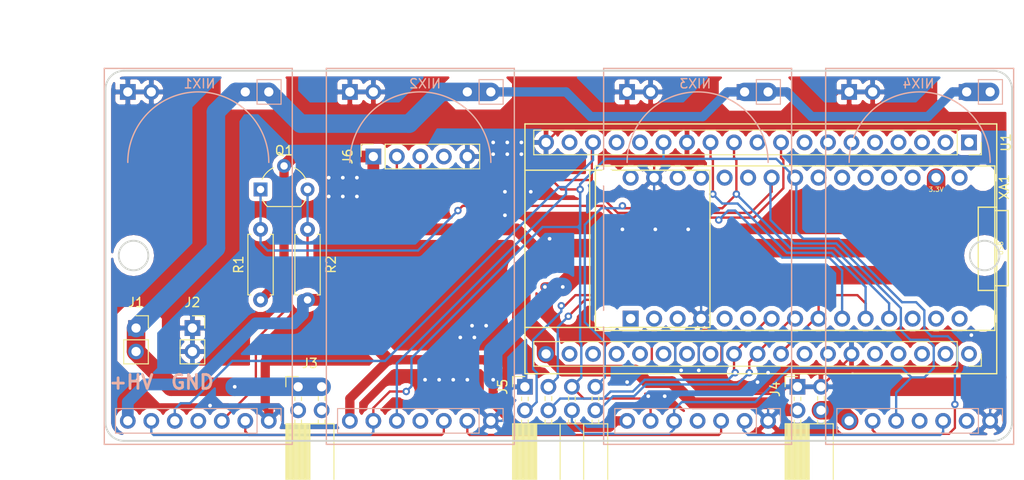
<source format=kicad_pcb>
(kicad_pcb (version 20171130) (host pcbnew "(5.0.2)-1")
  (layers (0 F.Cu signal hide) (31 B.Cu signal) (34 B.Paste user) (35 F.Paste user) (36 B.SilkS user) (37 F.SilkS user) (38 B.Mask user) (39 F.Mask user) (44 Edge.Cuts user))
  (net 0 "")
  (net 1 +HV)
  (net 2 GND)
  (net 3 +3V3)
  (net 4 /NIX_SDA)
  (net 5 /NIX_SCL)
  (net 6 /SW_MODE)
  (net 7 /SW_UP)
  (net 8 /SW_DOWN)
  (net 9 "Net-(NIX1-Pad6)")
  (net 10 "Net-(NIX2-Pad6)")
  (net 11 "Net-(NIX3-Pad6)")
  (net 12 /GROVE_GPIO_0)
  (net 13 /GROVE_GPIO_1)
  (net 14 +5V)
  (net 15 /LEDDATA_5V)
  (net 16 /LEDDATA)
  (module BaseBoard:NixieModule (layer B.Cu) (at 121.539 92.837 180)
    (fp_text reference NIX1 (at 7.493 0.889 180) (layer B.SilkS) (effects (justify mirror)))
    (fp_text value Nixie_Module_IN-12_IN-14)
    (pad 8 thru_hole oval (at 0 0 270) (size 1.7 1.7) (drill 1) (layers *.Cu *.Mask) (net 1 +HV))
    (pad 9 thru_hole rect (at 2.54 0 270) (size 1.7 1.7) (drill 1) (layers *.Cu *.Mask) (net 1 +HV))
    (pad 6 thru_hole oval (at 2.54 -35.56 90) (size 1.7 1.7) (drill 1) (layers *.Cu *.Mask) (net 9 "Net-(NIX1-Pad6)"))
    (pad 3 thru_hole oval (at 10.16 -35.56 90) (size 1.7 1.7) (drill 1) (layers *.Cu *.Mask) (net 5 /NIX_SCL))
    (pad 1 thru_hole oval (at 15.24 -35.56 90) (size 1.7 1.7) (drill 1) (layers *.Cu *.Mask) (net 14 +5V))
    (pad 4 thru_hole oval (at 7.62 -35.56 90) (size 1.7 1.7) (drill 1) (layers *.Cu *.Mask))
    (pad 5 thru_hole oval (at 5.08 -35.56 90) (size 1.7 1.7) (drill 1) (layers *.Cu *.Mask) (net 15 /LEDDATA_5V))
    (pad 2 thru_hole oval (at 12.7 -35.56 90) (size 1.7 1.7) (drill 1) (layers *.Cu *.Mask) (net 4 /NIX_SDA))
    (pad 7 thru_hole circle (at 0 -35.56) (size 1.7 1.7) (drill 1) (layers *.Cu *.Mask) (net 2 GND))
    (pad 10 thru_hole oval (at 12.7 0 270) (size 1.7 1.7) (drill 1) (layers *.Cu *.Mask) (net 2 GND))
    (pad 11 thru_hole rect (at 15.24 0 270) (size 1.7 1.7) (drill 1) (layers *.Cu *.Mask) (net 2 GND))
  )
  (module BaseBoard:NixieModule (layer B.Cu) (at 145.542 92.837 180)
    (fp_text reference NIX2 (at 7.112 0.889 180) (layer B.SilkS) (effects (justify mirror)))
    (fp_text value Nixie_Module_IN-12_IN-14)
    (pad 8 thru_hole oval (at 0 0 270) (size 1.7 1.7) (drill 1) (layers *.Cu *.Mask) (net 1 +HV))
    (pad 9 thru_hole rect (at 2.54 0 270) (size 1.7 1.7) (drill 1) (layers *.Cu *.Mask) (net 1 +HV))
    (pad 6 thru_hole oval (at 2.54 -35.56 90) (size 1.7 1.7) (drill 1) (layers *.Cu *.Mask) (net 10 "Net-(NIX2-Pad6)"))
    (pad 3 thru_hole oval (at 10.16 -35.56 90) (size 1.7 1.7) (drill 1) (layers *.Cu *.Mask) (net 5 /NIX_SCL))
    (pad 1 thru_hole oval (at 15.24 -35.56 90) (size 1.7 1.7) (drill 1) (layers *.Cu *.Mask) (net 14 +5V))
    (pad 4 thru_hole oval (at 7.62 -35.56 90) (size 1.7 1.7) (drill 1) (layers *.Cu *.Mask))
    (pad 5 thru_hole oval (at 5.08 -35.56 90) (size 1.7 1.7) (drill 1) (layers *.Cu *.Mask) (net 9 "Net-(NIX1-Pad6)"))
    (pad 2 thru_hole oval (at 12.7 -35.56 90) (size 1.7 1.7) (drill 1) (layers *.Cu *.Mask) (net 4 /NIX_SDA))
    (pad 7 thru_hole circle (at 0 -35.56) (size 1.7 1.7) (drill 1) (layers *.Cu *.Mask) (net 2 GND))
    (pad 10 thru_hole oval (at 12.7 0 270) (size 1.7 1.7) (drill 1) (layers *.Cu *.Mask) (net 2 GND))
    (pad 11 thru_hole rect (at 15.24 0 270) (size 1.7 1.7) (drill 1) (layers *.Cu *.Mask) (net 2 GND))
  )
  (module BaseBoard:NixieModule (layer B.Cu) (at 199.517 92.837 180)
    (fp_text reference NIX4 (at 7.747 0.889 180) (layer B.SilkS) (effects (justify mirror)))
    (fp_text value Nixie_Module_IN-12_IN-14)
    (pad 8 thru_hole oval (at 0 0 270) (size 1.7 1.7) (drill 1) (layers *.Cu *.Mask) (net 1 +HV))
    (pad 9 thru_hole rect (at 2.54 0 270) (size 1.7 1.7) (drill 1) (layers *.Cu *.Mask) (net 1 +HV))
    (pad 6 thru_hole oval (at 2.54 -35.56 90) (size 1.7 1.7) (drill 1) (layers *.Cu *.Mask))
    (pad 3 thru_hole oval (at 10.16 -35.56 90) (size 1.7 1.7) (drill 1) (layers *.Cu *.Mask) (net 5 /NIX_SCL))
    (pad 1 thru_hole oval (at 15.24 -35.56 90) (size 1.7 1.7) (drill 1) (layers *.Cu *.Mask) (net 14 +5V))
    (pad 4 thru_hole oval (at 7.62 -35.56 90) (size 1.7 1.7) (drill 1) (layers *.Cu *.Mask))
    (pad 5 thru_hole oval (at 5.08 -35.56 90) (size 1.7 1.7) (drill 1) (layers *.Cu *.Mask) (net 11 "Net-(NIX3-Pad6)"))
    (pad 2 thru_hole oval (at 12.7 -35.56 90) (size 1.7 1.7) (drill 1) (layers *.Cu *.Mask) (net 4 /NIX_SDA))
    (pad 7 thru_hole circle (at 0 -35.56) (size 1.7 1.7) (drill 1) (layers *.Cu *.Mask) (net 2 GND))
    (pad 10 thru_hole oval (at 12.7 0 270) (size 1.7 1.7) (drill 1) (layers *.Cu *.Mask) (net 2 GND))
    (pad 11 thru_hole rect (at 15.24 0 270) (size 1.7 1.7) (drill 1) (layers *.Cu *.Mask) (net 2 GND))
  )
  (module BaseBoard:NixieModule (layer B.Cu) (at 175.514 92.837 180)
    (fp_text reference NIX3 (at 7.874 0.889 180) (layer B.SilkS) (effects (justify mirror)))
    (fp_text value Nixie_Module_IN-12_IN-14)
    (pad 8 thru_hole oval (at 0 0 270) (size 1.7 1.7) (drill 1) (layers *.Cu *.Mask) (net 1 +HV))
    (pad 9 thru_hole rect (at 2.54 0 270) (size 1.7 1.7) (drill 1) (layers *.Cu *.Mask) (net 1 +HV))
    (pad 6 thru_hole oval (at 2.54 -35.56 90) (size 1.7 1.7) (drill 1) (layers *.Cu *.Mask) (net 11 "Net-(NIX3-Pad6)"))
    (pad 3 thru_hole oval (at 10.16 -35.56 90) (size 1.7 1.7) (drill 1) (layers *.Cu *.Mask) (net 5 /NIX_SCL))
    (pad 1 thru_hole oval (at 15.24 -35.56 90) (size 1.7 1.7) (drill 1) (layers *.Cu *.Mask) (net 14 +5V))
    (pad 4 thru_hole oval (at 7.62 -35.56 90) (size 1.7 1.7) (drill 1) (layers *.Cu *.Mask))
    (pad 5 thru_hole oval (at 5.08 -35.56 90) (size 1.7 1.7) (drill 1) (layers *.Cu *.Mask) (net 10 "Net-(NIX2-Pad6)"))
    (pad 2 thru_hole oval (at 12.7 -35.56 90) (size 1.7 1.7) (drill 1) (layers *.Cu *.Mask) (net 4 /NIX_SDA))
    (pad 7 thru_hole circle (at 0 -35.56) (size 1.7 1.7) (drill 1) (layers *.Cu *.Mask) (net 2 GND))
    (pad 10 thru_hole oval (at 12.7 0 270) (size 1.7 1.7) (drill 1) (layers *.Cu *.Mask) (net 2 GND))
    (pad 11 thru_hole rect (at 15.24 0 270) (size 1.7 1.7) (drill 1) (layers *.Cu *.Mask) (net 2 GND))
  )
  (module Connector_PinSocket_2.54mm:PinSocket_1x02_P2.54mm_Vertical (layer F.Cu) (at 107.188 118.364)
    (fp_text reference J1 (at 0 -2.77) (layer F.SilkS))
    (fp_text value Conn_01x02_Female)
    (pad 2 thru_hole oval (at 0 2.54) (size 1.7 1.7) (drill 1) (layers *.Cu *.Mask) (net 1 +HV))
    (pad 1 thru_hole rect (at 0 0) (size 1.7 1.7) (drill 1) (layers *.Cu *.Mask) (net 1 +HV))
  )
  (module Connector_PinSocket_2.54mm:PinSocket_1x02_P2.54mm_Vertical (layer F.Cu) (at 113.284 118.364)
    (fp_text reference J2 (at 0 -2.77) (layer F.SilkS))
    (fp_text value Conn_01x02_Female)
    (pad 2 thru_hole oval (at 0 2.54) (size 1.7 1.7) (drill 1) (layers *.Cu *.Mask) (net 2 GND))
    (pad 1 thru_hole rect (at 0 0) (size 1.7 1.7) (drill 1) (layers *.Cu *.Mask) (net 2 GND))
  )
  (module Connector_PinSocket_2.54mm:PinSocket_2x02_P2.54mm_Horizontal (layer F.Cu) (at 124.714 124.714 90)
    (fp_text reference J3 (at 2.54 1.27) (layer F.SilkS))
    (fp_text value Conn_01x04_Male)
    (pad 4 thru_hole oval (at -2.54 2.54 90) (size 1.7 1.7) (drill 1) (layers *.Cu *.Mask))
    (pad 3 thru_hole oval (at 0 2.54 90) (size 1.7 1.7) (drill 1) (layers *.Cu *.Mask) (net 1 +HV))
    (pad 2 thru_hole oval (at -2.54 0 90) (size 1.7 1.7) (drill 1) (layers *.Cu *.Mask))
    (pad 1 thru_hole rect (at 0 0 90) (size 1.7 1.7) (drill 1) (layers *.Cu *.Mask) (net 1 +HV))
  )
  (module Connector_PinSocket_2.54mm:PinSocket_2x02_P2.54mm_Horizontal (layer F.Cu) (at 178.689 124.714 90)
    (fp_text reference J4 (at -0.254 -2.413 90) (layer F.SilkS))
    (fp_text value Conn_01x04_Male)
    (pad 4 thru_hole oval (at -2.54 2.54 90) (size 1.7 1.7) (drill 1) (layers *.Cu *.Mask) (net 14 +5V))
    (pad 3 thru_hole oval (at 0 2.54 90) (size 1.7 1.7) (drill 1) (layers *.Cu *.Mask) (net 2 GND))
    (pad 2 thru_hole oval (at -2.54 0 90) (size 1.7 1.7) (drill 1) (layers *.Cu *.Mask) (net 3 +3V3))
    (pad 1 thru_hole rect (at 0 0 90) (size 1.7 1.7) (drill 1) (layers *.Cu *.Mask) (net 2 GND))
  )
  (module Connector_PinSocket_2.54mm:PinSocket_2x04_P2.54mm_Horizontal (layer F.Cu) (at 149.225 124.714 90)
    (fp_text reference J5 (at 0 -2.413 90) (layer F.SilkS))
    (fp_text value Conn_01x08_Male)
    (pad 8 thru_hole oval (at -2.54 7.62 90) (size 1.7 1.7) (drill 1) (layers *.Cu *.Mask) (net 7 /SW_UP))
    (pad 7 thru_hole oval (at 0 7.62 90) (size 1.7 1.7) (drill 1) (layers *.Cu *.Mask) (net 13 /GROVE_GPIO_1))
    (pad 6 thru_hole oval (at -2.54 5.08 90) (size 1.7 1.7) (drill 1) (layers *.Cu *.Mask) (net 5 /NIX_SCL))
    (pad 5 thru_hole oval (at 0 5.08 90) (size 1.7 1.7) (drill 1) (layers *.Cu *.Mask) (net 4 /NIX_SDA))
    (pad 4 thru_hole oval (at -2.54 2.54 90) (size 1.7 1.7) (drill 1) (layers *.Cu *.Mask) (net 6 /SW_MODE))
    (pad 3 thru_hole oval (at 0 2.54 90) (size 1.7 1.7) (drill 1) (layers *.Cu *.Mask) (net 8 /SW_DOWN))
    (pad 2 thru_hole oval (at -2.54 0 90) (size 1.7 1.7) (drill 1) (layers *.Cu *.Mask) (net 12 /GROVE_GPIO_0))
    (pad 1 thru_hole rect (at 0 0 90) (size 1.7 1.7) (drill 1) (layers *.Cu *.Mask) (net 2 GND))
  )
  (module BaseBoard:NodeMCU-32S (layer F.Cu) (at 197.231 98.298 270)
    (fp_text reference U1 (at 0 -4 270) (layer F.SilkS))
    (fp_text value NodeMCU-32S)
    (pad 1 thru_hole rect (at 0 0 270) (size 1.7 1.7) (drill 1) (layers *.Cu *.Mask))
    (pad 2 thru_hole oval (at 0 2.54 270) (size 1.7 1.7) (drill 1) (layers *.Cu *.Mask))
    (pad 3 thru_hole oval (at 0 5.08 270) (size 1.7 1.7) (drill 1) (layers *.Cu *.Mask))
    (pad 4 thru_hole oval (at 0 7.62 270) (size 1.7 1.7) (drill 1) (layers *.Cu *.Mask))
    (pad 5 thru_hole oval (at 0 10.16 270) (size 1.7 1.7) (drill 1) (layers *.Cu *.Mask))
    (pad 6 thru_hole oval (at 0 12.7 270) (size 1.7 1.7) (drill 1) (layers *.Cu *.Mask))
    (pad 7 thru_hole oval (at 0 15.24 270) (size 1.7 1.7) (drill 1) (layers *.Cu *.Mask))
    (pad 8 thru_hole oval (at 0 17.78 270) (size 1.7 1.7) (drill 1) (layers *.Cu *.Mask))
    (pad 9 thru_hole oval (at 0 20.32 270) (size 1.7 1.7) (drill 1) (layers *.Cu *.Mask) (net 16 /LEDDATA))
    (pad 10 thru_hole oval (at 0 22.86 270) (size 1.7 1.7) (drill 1) (layers *.Cu *.Mask))
    (pad 11 thru_hole oval (at 0 25.4 270) (size 1.7 1.7) (drill 1) (layers *.Cu *.Mask) (net 13 /GROVE_GPIO_1))
    (pad 12 thru_hole oval (at 0 27.94 270) (size 1.7 1.7) (drill 1) (layers *.Cu *.Mask) (net 12 /GROVE_GPIO_0))
    (pad 13 thru_hole oval (at 0 30.48 270) (size 1.7 1.7) (drill 1) (layers *.Cu *.Mask) (net 2 GND))
    (pad 14 thru_hole oval (at 0 33.02 270) (size 1.7 1.7) (drill 1) (layers *.Cu *.Mask) (net 4 /NIX_SDA))
    (pad 15 thru_hole oval (at 0 35.56 270) (size 1.7 1.7) (drill 1) (layers *.Cu *.Mask))
    (pad 16 thru_hole oval (at 0 38.1 270) (size 1.7 1.7) (drill 1) (layers *.Cu *.Mask))
    (pad 17 thru_hole oval (at 0 40.64 270) (size 1.7 1.7) (drill 1) (layers *.Cu *.Mask) (net 5 /NIX_SCL))
    (pad 18 thru_hole oval (at 0 43.18 270) (size 1.7 1.7) (drill 1) (layers *.Cu *.Mask))
    (pad 19 thru_hole oval (at 0 45.72 270) (size 1.7 1.7) (drill 1) (layers *.Cu *.Mask) (net 2 GND))
    (pad 38 thru_hole circle (at 22.86 0 270) (size 1.7 1.7) (drill 1) (layers *.Cu *.Mask))
    (pad 32 thru_hole oval (at 22.86 15.24 270) (size 1.7 1.7) (drill 1) (layers *.Cu *.Mask))
    (pad 23 thru_hole oval (at 22.86 38.1 270) (size 1.7 1.7) (drill 1) (layers *.Cu *.Mask))
    (pad 25 thru_hole oval (at 22.86 33.02 270) (size 1.7 1.7) (drill 1) (layers *.Cu *.Mask))
    (pad 36 thru_hole oval (at 22.86 5.08 270) (size 1.7 1.7) (drill 1) (layers *.Cu *.Mask))
    (pad 30 thru_hole oval (at 22.86 20.32 270) (size 1.7 1.7) (drill 1) (layers *.Cu *.Mask) (net 8 /SW_DOWN))
    (pad 33 thru_hole oval (at 22.86 12.7 270) (size 1.7 1.7) (drill 1) (layers *.Cu *.Mask) (net 2 GND))
    (pad 26 thru_hole oval (at 22.86 30.48 270) (size 1.7 1.7) (drill 1) (layers *.Cu *.Mask))
    (pad 21 thru_hole oval (at 22.86 43.18 270) (size 1.7 1.7) (drill 1) (layers *.Cu *.Mask))
    (pad 20 thru_hole oval (at 22.86 45.72 270) (size 1.7 1.7) (drill 1) (layers *.Cu *.Mask) (net 3 +3V3))
    (pad 22 thru_hole oval (at 22.86 40.64 270) (size 1.7 1.7) (drill 1) (layers *.Cu *.Mask))
    (pad 27 thru_hole oval (at 22.86 27.94 270) (size 1.7 1.7) (drill 1) (layers *.Cu *.Mask))
    (pad 34 thru_hole oval (at 22.86 10.16 270) (size 1.7 1.7) (drill 1) (layers *.Cu *.Mask))
    (pad 29 thru_hole oval (at 22.86 22.86 270) (size 1.7 1.7) (drill 1) (layers *.Cu *.Mask) (net 7 /SW_UP))
    (pad 24 thru_hole oval (at 22.86 35.56 270) (size 1.7 1.7) (drill 1) (layers *.Cu *.Mask))
    (pad 28 thru_hole oval (at 22.86 25.4 270) (size 1.7 1.7) (drill 1) (layers *.Cu *.Mask) (net 6 /SW_MODE))
    (pad 37 thru_hole oval (at 22.86 2.54 270) (size 1.7 1.7) (drill 1) (layers *.Cu *.Mask))
    (pad 31 thru_hole oval (at 22.86 17.78 270) (size 1.7 1.7) (drill 1) (layers *.Cu *.Mask))
    (pad 35 thru_hole oval (at 22.86 7.62 270) (size 1.7 1.7) (drill 1) (layers *.Cu *.Mask))
  )
  (module Arduino:Arduino_Nano_Socket (layer F.Cu) (at 200.025 109.728 90)
    (fp_text reference XA1 (at 6.604 1.016 90) (layer F.SilkS))
    (fp_text value Arduino_Nano_Socket)
    (fp_text user 3.3V (at 6.35 -6.35 180) (layer F.SilkS) (effects (font (size 0.5 0.5) (thickness 0.075))))
    (fp_text user USB (at 0 0.635 90) (layer F.SilkS) (effects (font (size 0.5 0.5) (thickness 0.075))))
    (pad "" np_thru_hole circle (at 7.62 -1.27 90) (size 1.85 1.85) (drill 1.85) (layers *.Cu *.Mask))
    (pad "" np_thru_hole circle (at -7.62 -1.27 90) (size 1.85 1.85) (drill 1.85) (layers *.Cu *.Mask))
    (pad "" np_thru_hole circle (at 7.62 -41.91 90) (size 1.85 1.85) (drill 1.85) (layers *.Cu *.Mask))
    (pad "" np_thru_hole circle (at -7.62 -41.91 90) (size 1.85 1.85) (drill 1.85) (layers *.Cu *.Mask))
    (pad D1 thru_hole rect (at -7.62 -39.37 90) (size 1.7272 1.7272) (drill 1.016) (layers *.Cu *.Mask))
    (pad D0 thru_hole circle (at -7.62 -36.83 90) (size 1.7272 1.7272) (drill 1.016) (layers *.Cu *.Mask))
    (pad RST1 thru_hole circle (at -7.62 -34.29 90) (size 1.7272 1.7272) (drill 1.016) (layers *.Cu *.Mask))
    (pad GND1 thru_hole circle (at -7.62 -31.75 90) (size 1.7272 1.7272) (drill 1.016) (layers *.Cu *.Mask) (net 2 GND))
    (pad D2 thru_hole circle (at -7.62 -29.21 90) (size 1.7272 1.7272) (drill 1.016) (layers *.Cu *.Mask))
    (pad D3 thru_hole circle (at -7.62 -26.67 90) (size 1.7272 1.7272) (drill 1.016) (layers *.Cu *.Mask))
    (pad D4 thru_hole circle (at -7.62 -24.13 90) (size 1.7272 1.7272) (drill 1.016) (layers *.Cu *.Mask) (net 6 /SW_MODE))
    (pad D5 thru_hole circle (at -7.62 -21.59 90) (size 1.7272 1.7272) (drill 1.016) (layers *.Cu *.Mask) (net 7 /SW_UP))
    (pad D6 thru_hole circle (at -7.62 -19.05 90) (size 1.7272 1.7272) (drill 1.016) (layers *.Cu *.Mask) (net 8 /SW_DOWN))
    (pad D7 thru_hole circle (at -7.62 -16.51 90) (size 1.7272 1.7272) (drill 1.016) (layers *.Cu *.Mask) (net 16 /LEDDATA))
    (pad D8 thru_hole circle (at -7.62 -13.97 90) (size 1.7272 1.7272) (drill 1.016) (layers *.Cu *.Mask) (net 12 /GROVE_GPIO_0))
    (pad D9 thru_hole circle (at -7.62 -11.43 90) (size 1.7272 1.7272) (drill 1.016) (layers *.Cu *.Mask) (net 13 /GROVE_GPIO_1))
    (pad D10 thru_hole circle (at -7.62 -8.89 90) (size 1.7272 1.7272) (drill 1.016) (layers *.Cu *.Mask))
    (pad D11 thru_hole circle (at -7.62 -6.35 90) (size 1.7272 1.7272) (drill 1.016) (layers *.Cu *.Mask))
    (pad D12 thru_hole circle (at -7.62 -3.81 90) (size 1.7272 1.7272) (drill 1.016) (layers *.Cu *.Mask))
    (pad D13 thru_hole circle (at 7.62 -3.81 90) (size 1.7272 1.7272) (drill 1.016) (layers *.Cu *.Mask))
    (pad 3V3 thru_hole circle (at 7.62 -6.35 90) (size 1.7272 1.7272) (drill 1.016) (layers *.Cu *.Mask) (net 3 +3V3))
    (pad AREF thru_hole circle (at 7.62 -8.89 90) (size 1.7272 1.7272) (drill 1.016) (layers *.Cu *.Mask))
    (pad A0 thru_hole circle (at 7.62 -11.43 90) (size 1.7272 1.7272) (drill 1.016) (layers *.Cu *.Mask))
    (pad A1 thru_hole circle (at 7.62 -13.97 90) (size 1.7272 1.7272) (drill 1.016) (layers *.Cu *.Mask))
    (pad A2 thru_hole circle (at 7.62 -16.51 90) (size 1.7272 1.7272) (drill 1.016) (layers *.Cu *.Mask))
    (pad A3 thru_hole circle (at 7.62 -19.05 90) (size 1.7272 1.7272) (drill 1.016) (layers *.Cu *.Mask))
    (pad A4 thru_hole circle (at 7.62 -21.59 90) (size 1.7272 1.7272) (drill 1.016) (layers *.Cu *.Mask) (net 4 /NIX_SDA))
    (pad A5 thru_hole circle (at 7.62 -24.13 90) (size 1.7272 1.7272) (drill 1.016) (layers *.Cu *.Mask) (net 5 /NIX_SCL))
    (pad A6 thru_hole circle (at 7.62 -26.67 90) (size 1.7272 1.7272) (drill 1.016) (layers *.Cu *.Mask))
    (pad A7 thru_hole circle (at 7.62 -29.21 90) (size 1.7272 1.7272) (drill 1.016) (layers *.Cu *.Mask))
    (pad 5V thru_hole circle (at 7.62 -31.75 90) (size 1.7272 1.7272) (drill 1.016) (layers *.Cu *.Mask))
    (pad RST2 thru_hole circle (at 7.62 -34.29 90) (size 1.7272 1.7272) (drill 1.016) (layers *.Cu *.Mask))
    (pad GND2 thru_hole circle (at 7.62 -36.83 90) (size 1.7272 1.7272) (drill 1.016) (layers *.Cu *.Mask) (net 2 GND))
    (pad VIN thru_hole circle (at 7.62 -39.37 90) (size 1.7272 1.7272) (drill 1.016) (layers *.Cu *.Mask))
  )
  (module TO_SOT_THT:TO-92_Wide (layer F.Cu) (at 120.65 103.378)
    (fp_text reference Q1 (at 2.55 -4.19) (layer F.SilkS))
    (fp_text value 2N7000)
    (pad 1 thru_hole rect (at 0 0 90) (size 1.5 1.5) (drill 0.8) (layers *.Cu *.Mask) (net 16 /LEDDATA))
    (pad 3 thru_hole circle (at 5.08 0 90) (size 1.5 1.5) (drill 0.8) (layers *.Cu *.Mask) (net 15 /LEDDATA_5V))
    (pad 2 thru_hole circle (at 2.54 -2.54 90) (size 1.5 1.5) (drill 0.8) (layers *.Cu *.Mask) (net 3 +3V3))
  )
  (module Connector_PinSocket_2.54mm:PinSocket_1x05_P2.54mm_Vertical (layer F.Cu) (at 132.842 99.822 90)
    (fp_text reference J6 (at 0 -2.77 90) (layer F.SilkS))
    (fp_text value Conn_01x05_Female)
    (pad 5 thru_hole oval (at 0 10.16 90) (size 1.7 1.7) (drill 1) (layers *.Cu *.Mask) (net 2 GND))
    (pad 4 thru_hole oval (at 0 7.62 90) (size 1.7 1.7) (drill 1) (layers *.Cu *.Mask))
    (pad 3 thru_hole oval (at 0 5.08 90) (size 1.7 1.7) (drill 1) (layers *.Cu *.Mask) (net 5 /NIX_SCL))
    (pad 2 thru_hole oval (at 0 2.54 90) (size 1.7 1.7) (drill 1) (layers *.Cu *.Mask) (net 4 /NIX_SDA))
    (pad 1 thru_hole rect (at 0 0 90) (size 1.7 1.7) (drill 1) (layers *.Cu *.Mask) (net 3 +3V3))
  )
  (module Resistor_THT:R_Axial_DIN0207_L6.3mm_D2.5mm_P7.62mm_Horizontal (layer F.Cu) (at 120.65 115.316 90)
    (fp_text reference R1 (at 3.81 -2.37 90) (layer F.SilkS))
    (fp_text value 4.7k)
    (pad 1 thru_hole circle (at 0 0 90) (size 1.6 1.6) (drill 0.8) (layers *.Cu *.Mask) (net 3 +3V3))
    (pad 2 thru_hole oval (at 7.62 0 90) (size 1.6 1.6) (drill 0.8) (layers *.Cu *.Mask) (net 16 /LEDDATA))
  )
  (module Resistor_THT:R_Axial_DIN0207_L6.3mm_D2.5mm_P7.62mm_Horizontal (layer F.Cu) (at 125.73 115.316 90)
    (fp_text reference R2 (at 3.81 2.54 90) (layer F.SilkS))
    (fp_text value 4.7k)
    (pad 2 thru_hole oval (at 7.62 0 90) (size 1.6 1.6) (drill 0.8) (layers *.Cu *.Mask) (net 15 /LEDDATA_5V))
    (pad 1 thru_hole circle (at 0 0 90) (size 1.6 1.6) (drill 0.8) (layers *.Cu *.Mask) (net 14 +5V))
  )
  (module logo:logo (layer F.Cu) (at 108.966 98.298)
    (fp_text reference G*** hide)
    (fp_text value LOGO hide)
  )
  (gr_text GND (at 113.284 124.206) (layer B.SilkS) (effects (font (size 1.5 1.5) (thickness 0.3))))
  (gr_text +HV (at 106.68 124.206) (layer B.SilkS) (effects (font (size 1.5 1.5) (thickness 0.3))))
  (gr_circle (center 198.918 110.524) (end 200.518 110.524) (layer Edge.Cuts) (width 0.2))
  (gr_circle (center 106.918 110.524) (end 108.518 110.524) (layer Edge.Cuts) (width 0.2))
  (gr_arc (start 199.886 128.556) (end 199.886 130.556) (angle -90) (layer Edge.Cuts) (width 0.2))
  (gr_line (start 201.886 92.556) (end 201.886 128.556) (layer Edge.Cuts) (width 0.2))
  (gr_arc (start 199.886 92.556) (end 201.886 92.556) (angle -90) (layer Edge.Cuts) (width 0.2))
  (gr_line (start 105.886 90.556) (end 199.886 90.556) (layer Edge.Cuts) (width 0.2))
  (gr_arc (start 105.886 92.556) (end 105.886 90.556) (angle -90) (layer Edge.Cuts) (width 0.2))
  (gr_line (start 103.886 128.556) (end 103.886 92.556) (layer Edge.Cuts) (width 0.2))
  (gr_arc (start 105.886 128.556) (end 103.886 128.556) (angle -90) (layer Edge.Cuts) (width 0.2))
  (gr_line (start 199.886 130.556) (end 105.886 130.556) (layer Edge.Cuts) (width 0.2))
  (segment (start 127.254 124.714) (end 124.714 124.714) (width 2) (layer B.Cu) (net 1))
  (segment (start 107.188 118.364) (end 107.188 120.904) (width 2) (layer F.Cu) (net 1))
  (segment (start 117.983 92.837) (end 118.999 92.837) (width 2) (layer B.Cu) (net 1))
  (segment (start 115.824 94.996) (end 117.983 92.837) (width 2) (layer B.Cu) (net 1))
  (segment (start 107.188 118.364) (end 115.824 109.728) (width 2) (layer B.Cu) (net 1))
  (segment (start 115.824 109.728) (end 115.824 94.996) (width 2) (layer B.Cu) (net 1))
  (segment (start 195.453 92.837) (end 196.977 92.837) (width 1) (layer B.Cu) (net 1))
  (segment (start 192.786 95.504) (end 195.453 92.837) (width 1) (layer B.Cu) (net 1))
  (segment (start 180.213 95.504) (end 192.786 95.504) (width 1) (layer B.Cu) (net 1))
  (segment (start 175.514 92.837) (end 177.546 92.837) (width 1) (layer B.Cu) (net 1))
  (segment (start 177.546 92.837) (end 180.213 95.504) (width 1) (layer B.Cu) (net 1))
  (segment (start 171.124 92.837) (end 172.974 92.837) (width 1) (layer B.Cu) (net 1))
  (segment (start 168.457 95.504) (end 171.124 92.837) (width 1) (layer B.Cu) (net 1))
  (segment (start 156.337 95.504) (end 168.457 95.504) (width 1) (layer B.Cu) (net 1))
  (segment (start 145.542 92.837) (end 153.67 92.837) (width 1) (layer B.Cu) (net 1))
  (segment (start 153.67 92.837) (end 156.337 95.504) (width 1) (layer B.Cu) (net 1))
  (segment (start 140.152 92.837) (end 143.002 92.837) (width 2) (layer B.Cu) (net 1))
  (segment (start 136.723 96.266) (end 140.152 92.837) (width 2) (layer B.Cu) (net 1))
  (segment (start 121.539 92.837) (end 124.968 96.266) (width 2) (layer B.Cu) (net 1))
  (segment (start 124.968 96.266) (end 136.723 96.266) (width 2) (layer B.Cu) (net 1))
  (via (at 117.855992 124.713992) (size 0.8) (drill 0.4) (layers F.Cu B.Cu) (net 1))
  (segment (start 124.714 124.714) (end 117.856 124.714) (width 2) (layer B.Cu) (net 1))
  (segment (start 117.856 124.714) (end 117.855992 124.713992) (width 2) (layer B.Cu) (net 1))
  (segment (start 107.188 120.904) (end 110.997992 124.713992) (width 2) (layer F.Cu) (net 1))
  (segment (start 117.290307 124.713992) (end 117.855992 124.713992) (width 2) (layer F.Cu) (net 1))
  (segment (start 110.997992 124.713992) (end 117.290307 124.713992) (width 2) (layer F.Cu) (net 1))
  (segment (start 118.999 92.837) (end 121.539 92.837) (width 2) (layer B.Cu) (net 1))
  (segment (start 143.002 92.837) (end 145.542 92.837) (width 2) (layer B.Cu) (net 1))
  (segment (start 172.974 92.837) (end 175.514 92.837) (width 2) (layer B.Cu) (net 1))
  (segment (start 196.977 92.837) (end 199.517 92.837) (width 2) (layer B.Cu) (net 1))
  (segment (start 113.284 119.464) (end 113.284 120.904) (width 0.25) (layer B.Cu) (net 2))
  (segment (start 113.284 118.364) (end 113.284 119.464) (width 0.25) (layer B.Cu) (net 2))
  (segment (start 131.639919 92.837) (end 130.302 92.837) (width 0.25) (layer B.Cu) (net 2))
  (segment (start 132.842 92.837) (end 131.639919 92.837) (width 0.25) (layer B.Cu) (net 2))
  (segment (start 143.002 99.822) (end 143.002 98.619919) (width 0.25) (layer B.Cu) (net 2))
  (segment (start 143.323919 98.298) (end 145.796 98.298) (width 0.25) (layer B.Cu) (net 2))
  (segment (start 143.002 98.619919) (end 143.323919 98.298) (width 0.25) (layer B.Cu) (net 2))
  (segment (start 160.274 92.837) (end 162.814 92.837) (width 0.25) (layer B.Cu) (net 2))
  (segment (start 166.624 98.425) (end 166.751 98.298) (width 0.25) (layer F.Cu) (net 2))
  (segment (start 166.624 99.568) (end 166.624 98.425) (width 0.25) (layer F.Cu) (net 2))
  (segment (start 166.116 100.076) (end 166.624 99.568) (width 0.25) (layer F.Cu) (net 2))
  (segment (start 164.005686 100.076) (end 166.116 100.076) (width 0.25) (layer F.Cu) (net 2))
  (segment (start 163.195 102.108) (end 163.195 100.886686) (width 0.25) (layer F.Cu) (net 2))
  (segment (start 163.195 100.886686) (end 164.005686 100.076) (width 0.25) (layer F.Cu) (net 2))
  (segment (start 185.377 92.837) (end 186.817 92.837) (width 0.25) (layer B.Cu) (net 2))
  (segment (start 184.277 92.837) (end 185.377 92.837) (width 0.25) (layer B.Cu) (net 2))
  (segment (start 178.689 124.714) (end 181.229 124.714) (width 0.25) (layer F.Cu) (net 2))
  (segment (start 184.531 121.412) (end 184.531 121.158) (width 0.25) (layer F.Cu) (net 2))
  (segment (start 181.229 124.714) (end 184.531 121.412) (width 0.25) (layer F.Cu) (net 2))
  (segment (start 108.839 92.837) (end 106.299 92.837) (width 0.25) (layer B.Cu) (net 2))
  (segment (start 163.195 103.505) (end 163.195 102.108) (width 0.25) (layer B.Cu) (net 2))
  (segment (start 163.83 104.14) (end 163.195 103.505) (width 0.25) (layer B.Cu) (net 2))
  (segment (start 167.316002 104.14) (end 163.83 104.14) (width 0.25) (layer B.Cu) (net 2))
  (segment (start 168.275 117.348) (end 168.275 105.098998) (width 0.25) (layer B.Cu) (net 2))
  (segment (start 168.275 105.098998) (end 167.316002 104.14) (width 0.25) (layer B.Cu) (net 2))
  (segment (start 166.751 94.996) (end 166.751 98.298) (width 0.254) (layer F.Cu) (net 2))
  (segment (start 162.814 92.837) (end 164.592 92.837) (width 0.254) (layer F.Cu) (net 2))
  (segment (start 164.592 92.837) (end 166.751 94.996) (width 0.254) (layer F.Cu) (net 2))
  (segment (start 183.173 92.837) (end 184.277 92.837) (width 0.254) (layer F.Cu) (net 2))
  (segment (start 181.014 94.996) (end 183.173 92.837) (width 0.254) (layer F.Cu) (net 2))
  (segment (start 166.751 94.996) (end 181.014 94.996) (width 0.254) (layer F.Cu) (net 2))
  (segment (start 156.972 92.837) (end 160.274 92.837) (width 0.25) (layer F.Cu) (net 2))
  (segment (start 151.511 98.298) (end 156.972 92.837) (width 0.25) (layer F.Cu) (net 2))
  (segment (start 134.044081 92.837) (end 137.727081 96.52) (width 0.25) (layer F.Cu) (net 2))
  (segment (start 132.842 92.837) (end 134.044081 92.837) (width 0.25) (layer F.Cu) (net 2))
  (segment (start 137.727081 96.52) (end 141.478 96.52) (width 0.25) (layer F.Cu) (net 2))
  (segment (start 143.002 98.044) (end 143.002 99.822) (width 0.25) (layer F.Cu) (net 2))
  (segment (start 141.478 96.52) (end 143.002 98.044) (width 0.25) (layer F.Cu) (net 2))
  (segment (start 112.395 92.837) (end 108.839 92.837) (width 0.25) (layer F.Cu) (net 2))
  (segment (start 129.202 92.837) (end 130.302 92.837) (width 0.25) (layer F.Cu) (net 2))
  (via (at 162.56 125.73) (size 0.8) (drill 0.4) (layers F.Cu B.Cu) (net 2))
  (via (at 164.338 125.73) (size 0.8) (drill 0.4) (layers F.Cu B.Cu) (net 2))
  (segment (start 165.481 122.047) (end 164.282011 123.245989) (width 0.25) (layer B.Cu) (net 2))
  (segment (start 168.275 117.348) (end 165.481 120.142) (width 0.25) (layer B.Cu) (net 2))
  (segment (start 161.233999 123.245989) (end 160.673999 123.805989) (width 0.25) (layer B.Cu) (net 2))
  (segment (start 160.673999 123.805989) (end 160.274 124.205988) (width 0.25) (layer B.Cu) (net 2))
  (segment (start 165.481 120.142) (end 165.481 122.047) (width 0.25) (layer B.Cu) (net 2))
  (segment (start 164.282011 123.245989) (end 161.233999 123.245989) (width 0.25) (layer B.Cu) (net 2))
  (via (at 160.274 124.205988) (size 0.8) (drill 0.4) (layers F.Cu B.Cu) (net 2))
  (segment (start 168.275 118.569314) (end 168.275 117.348) (width 0.25) (layer F.Cu) (net 2))
  (segment (start 168.021 118.823314) (end 168.275 118.569314) (width 0.25) (layer F.Cu) (net 2))
  (segment (start 165.481 122.301) (end 166.116 122.936) (width 0.25) (layer F.Cu) (net 2))
  (segment (start 165.481 120.269) (end 165.481 122.301) (width 0.25) (layer F.Cu) (net 2))
  (segment (start 168.021 118.823314) (end 166.926686 118.823314) (width 0.25) (layer F.Cu) (net 2))
  (segment (start 166.926686 118.823314) (end 165.481 120.269) (width 0.25) (layer F.Cu) (net 2))
  (segment (start 166.926686 118.823314) (end 164.005686 118.823314) (width 0.25) (layer F.Cu) (net 2))
  (segment (start 164.005686 118.823314) (end 162.941 119.888) (width 0.25) (layer F.Cu) (net 2))
  (segment (start 162.941 119.888) (end 162.941 122.174) (width 0.25) (layer F.Cu) (net 2))
  (segment (start 162.941 122.174) (end 163.703 122.936) (width 0.25) (layer F.Cu) (net 2))
  (segment (start 163.703 122.936) (end 165.227 122.936) (width 0.25) (layer F.Cu) (net 2))
  (segment (start 165.227 122.936) (end 165.735 122.936) (width 0.25) (layer F.Cu) (net 2))
  (segment (start 166.116 122.936) (end 167.894 122.936) (width 0.25) (layer F.Cu) (net 2))
  (via (at 166.116 122.936) (size 0.8) (drill 0.4) (layers F.Cu B.Cu) (net 2))
  (segment (start 168.021 122.936) (end 168.021 118.823314) (width 0.25) (layer F.Cu) (net 2))
  (via (at 168.021 122.936) (size 0.8) (drill 0.4) (layers F.Cu B.Cu) (net 2))
  (segment (start 168.021 123.317) (end 168.021 122.936) (width 0.25) (layer F.Cu) (net 2))
  (segment (start 170.18 125.476) (end 168.021 123.317) (width 0.25) (layer F.Cu) (net 2))
  (segment (start 176.827 125.476) (end 170.18 125.476) (width 0.25) (layer F.Cu) (net 2))
  (segment (start 178.689 124.714) (end 177.589 124.714) (width 0.25) (layer F.Cu) (net 2))
  (segment (start 177.589 124.714) (end 176.827 125.476) (width 0.25) (layer F.Cu) (net 2))
  (segment (start 168.021 122.370315) (end 168.021 122.936) (width 0.25) (layer B.Cu) (net 2))
  (segment (start 168.021 118.823314) (end 168.021 122.370315) (width 0.25) (layer B.Cu) (net 2))
  (segment (start 168.275 118.569314) (end 168.021 118.823314) (width 0.25) (layer B.Cu) (net 2))
  (segment (start 168.275 117.348) (end 168.275 118.569314) (width 0.25) (layer B.Cu) (net 2))
  (segment (start 168.021 119.38) (end 169.672 119.38) (width 0.25) (layer B.Cu) (net 2))
  (segment (start 168.021 118.823314) (end 168.021 119.38) (width 0.25) (layer B.Cu) (net 2))
  (segment (start 169.672 119.38) (end 170.561 120.269) (width 0.25) (layer B.Cu) (net 2))
  (segment (start 170.561 120.269) (end 170.561 122.301) (width 0.25) (layer B.Cu) (net 2))
  (segment (start 170.325999 122.536001) (end 170.561 122.301) (width 0.25) (layer B.Cu) (net 2))
  (segment (start 168.420999 122.536001) (end 170.325999 122.536001) (width 0.25) (layer B.Cu) (net 2))
  (segment (start 168.021 122.936) (end 168.420999 122.536001) (width 0.25) (layer B.Cu) (net 2))
  (via (at 175.514 123.19) (size 0.8) (drill 0.4) (layers F.Cu B.Cu) (net 2))
  (via (at 174.371 124.206) (size 0.8) (drill 0.4) (layers F.Cu B.Cu) (net 2))
  (segment (start 174.371 123.640315) (end 174.371 124.206) (width 0.25) (layer B.Cu) (net 2))
  (segment (start 168.275 118.569314) (end 169.623314 118.569314) (width 0.25) (layer F.Cu) (net 2))
  (segment (start 170.466001 119.412001) (end 170.466001 123.665999) (width 0.25) (layer F.Cu) (net 2))
  (segment (start 169.623314 118.569314) (end 170.466001 119.412001) (width 0.25) (layer F.Cu) (net 2))
  (via (at 149.86 103.632) (size 0.8) (drill 0.4) (layers F.Cu B.Cu) (net 2))
  (via (at 147.066 103.632) (size 0.8) (drill 0.4) (layers F.Cu B.Cu) (net 2))
  (via (at 159.766 107.696) (size 0.8) (drill 0.4) (layers F.Cu B.Cu) (net 2))
  (via (at 163.322 107.696) (size 0.8) (drill 0.4) (layers F.Cu B.Cu) (net 2))
  (via (at 166.878 107.696) (size 0.8) (drill 0.4) (layers F.Cu B.Cu) (net 2))
  (via (at 147.066 106.172) (size 0.8) (drill 0.4) (layers F.Cu B.Cu) (net 2))
  (segment (start 199.517 127.194919) (end 199.644 127.067919) (width 0.25) (layer B.Cu) (net 2))
  (segment (start 199.517 128.397) (end 199.517 127.194919) (width 0.25) (layer B.Cu) (net 2))
  (segment (start 199.644 127.067919) (end 199.644 120.523) (width 0.25) (layer B.Cu) (net 2))
  (segment (start 199.644 120.523) (end 198.247 119.126) (width 0.25) (layer B.Cu) (net 2))
  (via (at 197.485 119.126) (size 0.8) (drill 0.4) (layers F.Cu B.Cu) (net 2))
  (segment (start 198.247 119.126) (end 197.485 119.126) (width 0.25) (layer B.Cu) (net 2))
  (segment (start 196.919315 119.126) (end 196.792315 119.253) (width 0.25) (layer F.Cu) (net 2))
  (segment (start 197.485 119.126) (end 196.919315 119.126) (width 0.25) (layer F.Cu) (net 2))
  (segment (start 196.792315 119.253) (end 185.166 119.253) (width 0.25) (layer F.Cu) (net 2))
  (segment (start 184.531 119.888) (end 184.531 121.158) (width 0.25) (layer F.Cu) (net 2))
  (segment (start 185.166 119.253) (end 184.531 119.888) (width 0.25) (layer F.Cu) (net 2))
  (segment (start 175.514 128.397) (end 175.514 126.238) (width 0.25) (layer B.Cu) (net 2))
  (segment (start 177.038 124.714) (end 178.689 124.714) (width 0.25) (layer B.Cu) (net 2))
  (segment (start 175.514 126.238) (end 177.038 124.714) (width 0.25) (layer B.Cu) (net 2))
  (segment (start 148.082 124.714) (end 149.225 124.714) (width 0.25) (layer B.Cu) (net 2))
  (segment (start 147.447 125.349) (end 148.082 124.714) (width 0.25) (layer B.Cu) (net 2))
  (segment (start 147.447 127.694081) (end 147.447 125.349) (width 0.25) (layer B.Cu) (net 2))
  (segment (start 145.542 128.397) (end 146.744081 128.397) (width 0.25) (layer B.Cu) (net 2))
  (segment (start 146.744081 128.397) (end 147.447 127.694081) (width 0.25) (layer B.Cu) (net 2))
  (segment (start 121.539 127.194919) (end 121.158 126.813919) (width 1) (layer F.Cu) (net 2))
  (segment (start 121.539 128.397) (end 121.539 127.194919) (width 1) (layer F.Cu) (net 2))
  (segment (start 121.158 126.813919) (end 121.158 121.92) (width 1) (layer F.Cu) (net 2))
  (via (at 115.189 126.746) (size 0.8) (drill 0.4) (layers F.Cu B.Cu) (net 2))
  (via (at 131.064 102.108) (size 0.8) (drill 0.4) (layers F.Cu B.Cu) (net 2))
  (via (at 129.54 102.108) (size 0.8) (drill 0.4) (layers F.Cu B.Cu) (net 2))
  (via (at 128.016 102.108) (size 0.8) (drill 0.4) (layers F.Cu B.Cu) (net 2))
  (via (at 131.064 104.14) (size 0.8) (drill 0.4) (layers F.Cu B.Cu) (net 2))
  (via (at 129.54 104.14) (size 0.8) (drill 0.4) (layers F.Cu B.Cu) (net 2))
  (via (at 128.016 104.14) (size 0.8) (drill 0.4) (layers F.Cu B.Cu) (net 2))
  (via (at 151.892 108.712) (size 0.8) (drill 0.4) (layers F.Cu B.Cu) (net 2))
  (via (at 145.034 118.11) (size 0.8) (drill 0.4) (layers F.Cu B.Cu) (net 2))
  (via (at 143.51 118.11) (size 0.8) (drill 0.4) (layers F.Cu B.Cu) (net 2))
  (via (at 143.764 119.38) (size 0.8) (drill 0.4) (layers F.Cu B.Cu) (net 2))
  (via (at 142.24 119.38) (size 0.8) (drill 0.4) (layers F.Cu B.Cu) (net 2))
  (via (at 143.002 123.952) (size 0.8) (drill 0.4) (layers F.Cu B.Cu) (net 2))
  (via (at 141.478 123.952) (size 0.8) (drill 0.4) (layers F.Cu B.Cu) (net 2))
  (via (at 139.954 123.952) (size 0.8) (drill 0.4) (layers F.Cu B.Cu) (net 2))
  (via (at 138.43 123.952) (size 0.8) (drill 0.4) (layers F.Cu B.Cu) (net 2))
  (segment (start 148.844 98.298) (end 151.511 98.298) (width 0.25) (layer B.Cu) (net 2))
  (via (at 148.844 98.298) (size 0.8) (drill 0.4) (layers F.Cu B.Cu) (net 2))
  (segment (start 147.32 98.298) (end 148.844 98.298) (width 0.25) (layer B.Cu) (net 2))
  (via (at 147.32 98.298) (size 0.8) (drill 0.4) (layers F.Cu B.Cu) (net 2))
  (segment (start 145.796 98.298) (end 147.32 98.298) (width 0.25) (layer B.Cu) (net 2))
  (via (at 145.796 98.298) (size 0.8) (drill 0.4) (layers F.Cu B.Cu) (net 2))
  (via (at 148.844 99.568) (size 0.8) (drill 0.4) (layers F.Cu B.Cu) (net 2))
  (via (at 147.32 99.568) (size 0.8) (drill 0.4) (layers F.Cu B.Cu) (net 2))
  (via (at 145.796 99.568) (size 0.8) (drill 0.4) (layers F.Cu B.Cu) (net 2))
  (segment (start 151.511 121.158) (end 151.511 120.523) (width 1.27) (layer F.Cu) (net 3))
  (segment (start 151.511 120.523) (end 151.384 120.396) (width 1.27) (layer F.Cu) (net 3))
  (segment (start 151.384 110.744) (end 148.336 107.696) (width 1.27) (layer F.Cu) (net 3))
  (segment (start 150.114 110.744) (end 151.384 110.744) (width 2) (layer F.Cu) (net 3))
  (segment (start 148.844 112.014) (end 150.114 110.744) (width 2) (layer F.Cu) (net 3))
  (segment (start 148.844 117.288919) (end 148.844 112.014) (width 2) (layer F.Cu) (net 3))
  (segment (start 151.511 121.158) (end 151.511 119.955919) (width 2) (layer F.Cu) (net 3))
  (segment (start 151.511 119.955919) (end 148.844 117.288919) (width 2) (layer F.Cu) (net 3))
  (segment (start 152.654 110.744) (end 151.384 110.744) (width 2) (layer F.Cu) (net 3))
  (segment (start 153.67 109.728) (end 152.654 110.744) (width 2) (layer F.Cu) (net 3))
  (segment (start 187.276314 109.728) (end 153.67 109.728) (width 2) (layer F.Cu) (net 3))
  (segment (start 193.675 102.108) (end 193.675 103.329314) (width 2) (layer F.Cu) (net 3))
  (segment (start 193.675 103.329314) (end 187.276314 109.728) (width 2) (layer F.Cu) (net 3))
  (segment (start 161.197988 122.970988) (end 153.323988 122.970988) (width 1.27) (layer F.Cu) (net 3))
  (segment (start 177.486919 127.254) (end 176.724919 126.492) (width 1.27) (layer F.Cu) (net 3))
  (segment (start 178.689 127.254) (end 177.486919 127.254) (width 1.27) (layer F.Cu) (net 3))
  (segment (start 153.323988 122.970988) (end 152.360999 122.007999) (width 1.27) (layer F.Cu) (net 3))
  (segment (start 152.360999 122.007999) (end 151.511 121.158) (width 1.27) (layer F.Cu) (net 3))
  (segment (start 167.386 126.492) (end 165.1 124.206) (width 1.27) (layer F.Cu) (net 3))
  (segment (start 165.1 124.206) (end 162.433 124.206) (width 1.27) (layer F.Cu) (net 3))
  (segment (start 162.433 124.206) (end 161.197988 122.970988) (width 1.27) (layer F.Cu) (net 3))
  (segment (start 176.724919 126.492) (end 167.386 126.492) (width 1.27) (layer F.Cu) (net 3))
  (segment (start 148.336 107.696) (end 136.652 107.696) (width 1.27) (layer F.Cu) (net 3))
  (segment (start 132.842 103.886) (end 132.842 99.822) (width 1.27) (layer F.Cu) (net 3))
  (segment (start 136.652 107.696) (end 132.842 103.886) (width 1.27) (layer F.Cu) (net 3))
  (segment (start 123.19 100.838) (end 124.206 99.822) (width 1.27) (layer F.Cu) (net 3))
  (segment (start 124.206 99.822) (end 128.524 99.822) (width 1.27) (layer F.Cu) (net 3))
  (segment (start 128.524 99.822) (end 132.842 99.822) (width 1.27) (layer F.Cu) (net 3))
  (segment (start 123.19 112.776) (end 120.65 115.316) (width 1) (layer F.Cu) (net 3))
  (segment (start 123.19 100.838) (end 123.19 112.776) (width 1) (layer F.Cu) (net 3))
  (segment (start 178.435 102.108) (end 176.403 100.076) (width 0.254) (layer B.Cu) (net 4))
  (segment (start 176.403 100.076) (end 164.084 100.076) (width 0.254) (layer B.Cu) (net 4))
  (segment (start 164.211 99.949) (end 164.211 98.298) (width 0.254) (layer B.Cu) (net 4))
  (segment (start 164.084 100.076) (end 164.211 99.949) (width 0.254) (layer B.Cu) (net 4))
  (via (at 155.193994 103.378) (size 0.8) (drill 0.4) (layers F.Cu B.Cu) (net 4))
  (segment (start 164.084 100.076) (end 157.930309 100.076) (width 0.254) (layer B.Cu) (net 4))
  (segment (start 155.193994 102.812315) (end 155.193994 103.378) (width 0.254) (layer B.Cu) (net 4))
  (segment (start 157.930309 100.076) (end 155.193994 102.812315) (width 0.254) (layer B.Cu) (net 4))
  (segment (start 155.193994 107.188006) (end 154.94 107.442) (width 0.25) (layer B.Cu) (net 4))
  (segment (start 155.193994 103.378) (end 155.193994 107.188006) (width 0.25) (layer B.Cu) (net 4))
  (segment (start 154.94 107.442006) (end 155.193994 107.696) (width 0.25) (layer B.Cu) (net 4))
  (segment (start 154.94 107.442) (end 154.94 107.442006) (width 0.25) (layer B.Cu) (net 4))
  (segment (start 155.193994 107.696) (end 155.193994 103.378) (width 0.254) (layer B.Cu) (net 4))
  (segment (start 155.193994 119.887994) (end 155.193994 107.696) (width 0.254) (layer B.Cu) (net 4))
  (segment (start 155.321 120.015) (end 155.193994 119.887994) (width 0.254) (layer B.Cu) (net 4))
  (segment (start 154.305 124.714) (end 155.321 123.698) (width 0.254) (layer B.Cu) (net 4))
  (segment (start 155.321 123.698) (end 155.321 120.015) (width 0.254) (layer B.Cu) (net 4))
  (segment (start 195.961 120.269) (end 194.945 119.253) (width 0.254) (layer B.Cu) (net 4))
  (segment (start 193.167 119.253) (end 192.532 118.618) (width 0.25) (layer B.Cu) (net 4))
  (segment (start 194.945 119.253) (end 193.167 119.253) (width 0.25) (layer B.Cu) (net 4))
  (segment (start 153.162 103.378) (end 155.193994 103.378) (width 0.254) (layer F.Cu) (net 4))
  (segment (start 152.146 102.362) (end 153.162 103.378) (width 0.254) (layer F.Cu) (net 4))
  (segment (start 136.398 102.362) (end 152.146 102.362) (width 0.254) (layer F.Cu) (net 4))
  (segment (start 135.382 99.822) (end 135.382 101.346) (width 0.254) (layer F.Cu) (net 4))
  (segment (start 135.382 101.346) (end 136.398 102.362) (width 0.254) (layer F.Cu) (net 4))
  (via (at 195.707 126.619) (size 0.8) (drill 0.4) (layers F.Cu B.Cu) (net 4))
  (segment (start 186.817 129.413) (end 186.817 128.397) (width 0.25) (layer F.Cu) (net 4))
  (segment (start 187.198 129.794) (end 186.817 129.413) (width 0.25) (layer F.Cu) (net 4))
  (segment (start 195.072 129.794) (end 187.198 129.794) (width 0.25) (layer F.Cu) (net 4))
  (segment (start 195.707 126.619) (end 195.707 129.159) (width 0.25) (layer F.Cu) (net 4))
  (segment (start 195.707 129.159) (end 195.072 129.794) (width 0.25) (layer F.Cu) (net 4))
  (segment (start 195.707 122.936) (end 195.707 126.619) (width 0.25) (layer B.Cu) (net 4))
  (segment (start 195.961 120.269) (end 195.961 122.682) (width 0.25) (layer B.Cu) (net 4))
  (segment (start 195.961 122.682) (end 195.707 122.936) (width 0.25) (layer B.Cu) (net 4))
  (segment (start 178.562 102.235) (end 178.435 102.108) (width 0.254) (layer B.Cu) (net 4))
  (segment (start 178.562 107.95) (end 178.562 102.235) (width 0.254) (layer B.Cu) (net 4))
  (segment (start 179.324 108.712) (end 178.562 107.95) (width 0.254) (layer B.Cu) (net 4))
  (segment (start 192.405 118.491) (end 192.405 116.459) (width 0.254) (layer B.Cu) (net 4))
  (segment (start 192.532 118.618) (end 192.405 118.491) (width 0.254) (layer B.Cu) (net 4))
  (segment (start 191.516 115.57) (end 189.992 115.57) (width 0.254) (layer B.Cu) (net 4))
  (segment (start 192.405 116.459) (end 191.516 115.57) (width 0.254) (layer B.Cu) (net 4))
  (segment (start 189.992 115.57) (end 183.134 108.712) (width 0.254) (layer B.Cu) (net 4))
  (segment (start 183.134 108.712) (end 179.324 108.712) (width 0.254) (layer B.Cu) (net 4))
  (segment (start 162.814 127.127) (end 162.814 128.397) (width 0.25) (layer F.Cu) (net 4))
  (segment (start 161.671 125.984) (end 162.814 127.127) (width 0.25) (layer F.Cu) (net 4))
  (segment (start 154.305 124.714) (end 155.575 125.984) (width 0.25) (layer F.Cu) (net 4))
  (segment (start 155.575 125.984) (end 161.671 125.984) (width 0.25) (layer F.Cu) (net 4))
  (segment (start 108.839 129.667) (end 108.839 128.397) (width 0.25) (layer B.Cu) (net 4))
  (segment (start 109.093 129.921) (end 108.839 129.667) (width 0.25) (layer B.Cu) (net 4))
  (segment (start 132.520081 129.921) (end 109.093 129.921) (width 0.25) (layer B.Cu) (net 4))
  (segment (start 132.842 128.397) (end 132.842 129.599081) (width 0.25) (layer B.Cu) (net 4))
  (segment (start 132.842 129.599081) (end 132.520081 129.921) (width 0.25) (layer B.Cu) (net 4))
  (via (at 136.398 125.222) (size 0.8) (drill 0.4) (layers F.Cu B.Cu) (net 4))
  (segment (start 136.906 124.714) (end 136.398 125.222) (width 0.25) (layer B.Cu) (net 4))
  (segment (start 136.963685 124.656315) (end 136.906 124.714) (width 0.25) (layer B.Cu) (net 4))
  (segment (start 136.963685 121.608315) (end 136.963685 124.656315) (width 0.25) (layer B.Cu) (net 4))
  (segment (start 154.94 107.442) (end 151.13 107.442) (width 0.25) (layer B.Cu) (net 4))
  (segment (start 151.13 107.442) (end 136.963685 121.608315) (width 0.25) (layer B.Cu) (net 4))
  (segment (start 134.62 125.222) (end 136.398 125.222) (width 0.25) (layer F.Cu) (net 4))
  (segment (start 132.842 128.397) (end 132.842 127) (width 0.25) (layer F.Cu) (net 4))
  (segment (start 132.842 127) (end 134.62 125.222) (width 0.25) (layer F.Cu) (net 4))
  (segment (start 154.305 127.254) (end 154.305 128.456081) (width 0.25) (layer B.Cu) (net 5))
  (segment (start 154.305 128.456081) (end 155.642919 129.794) (width 0.25) (layer B.Cu) (net 5))
  (segment (start 156.464 98.425) (end 156.591 98.298) (width 0.25) (layer F.Cu) (net 5))
  (segment (start 156.464 99.568) (end 156.464 98.425) (width 0.25) (layer F.Cu) (net 5))
  (segment (start 156.21 102.362) (end 156.464 102.108) (width 0.254) (layer F.Cu) (net 5))
  (segment (start 156.464 102.108) (end 156.464 99.568) (width 0.25) (layer F.Cu) (net 5))
  (segment (start 156.21 102.362) (end 156.464 102.362) (width 0.254) (layer F.Cu) (net 5))
  (segment (start 156.21 102.362) (end 156.464 102.616) (width 0.254) (layer F.Cu) (net 5))
  (segment (start 156.464 102.616) (end 156.464 102.108) (width 0.25) (layer F.Cu) (net 5))
  (segment (start 156.591 98.298) (end 156.591 100.203) (width 0.25) (layer B.Cu) (net 5))
  (segment (start 156.591 100.203) (end 153.67 103.124) (width 0.25) (layer B.Cu) (net 5))
  (segment (start 152.908 103.124) (end 153.67 103.124) (width 0.25) (layer B.Cu) (net 5))
  (segment (start 139.446 116.586) (end 152.908 103.124) (width 0.25) (layer B.Cu) (net 5))
  (segment (start 156.464 103.124) (end 156.464 102.616) (width 0.25) (layer F.Cu) (net 5))
  (segment (start 159.258 105.918) (end 156.464 103.124) (width 0.25) (layer F.Cu) (net 5))
  (segment (start 173.609 105.918) (end 159.258 105.918) (width 0.25) (layer F.Cu) (net 5))
  (segment (start 175.895 102.108) (end 175.895 103.632) (width 0.25) (layer F.Cu) (net 5))
  (segment (start 175.895 103.632) (end 173.609 105.918) (width 0.25) (layer F.Cu) (net 5))
  (segment (start 191.008 123.698) (end 189.992 122.682) (width 0.254) (layer B.Cu) (net 5))
  (segment (start 189.992 122.682) (end 177.8 122.682) (width 0.254) (layer B.Cu) (net 5))
  (segment (start 177.8 122.682) (end 174.117 126.365) (width 0.254) (layer B.Cu) (net 5))
  (segment (start 152.908 102.362) (end 156.21 102.362) (width 0.254) (layer F.Cu) (net 5))
  (segment (start 152.4 101.854) (end 152.908 102.362) (width 0.254) (layer F.Cu) (net 5))
  (segment (start 138.43 101.854) (end 152.4 101.854) (width 0.254) (layer F.Cu) (net 5))
  (segment (start 137.922 99.822) (end 137.922 101.346) (width 0.254) (layer F.Cu) (net 5))
  (segment (start 137.922 101.346) (end 138.43 101.854) (width 0.254) (layer F.Cu) (net 5))
  (segment (start 189.357 125.349) (end 191.008 123.698) (width 0.25) (layer B.Cu) (net 5))
  (segment (start 189.357 128.397) (end 189.357 125.349) (width 0.25) (layer B.Cu) (net 5))
  (segment (start 175.768 102.235) (end 175.895 102.108) (width 0.25) (layer B.Cu) (net 5))
  (segment (start 182.88 109.22) (end 178.308 109.22) (width 0.25) (layer B.Cu) (net 5))
  (segment (start 189.865 116.205) (end 182.88 109.22) (width 0.25) (layer B.Cu) (net 5))
  (segment (start 189.865 118.618) (end 189.865 116.205) (width 0.25) (layer B.Cu) (net 5))
  (segment (start 192.405 123.698) (end 193.421 122.682) (width 0.25) (layer B.Cu) (net 5))
  (segment (start 191.008 123.698) (end 192.405 123.698) (width 0.25) (layer B.Cu) (net 5))
  (segment (start 193.421 122.682) (end 193.421 120.269) (width 0.25) (layer B.Cu) (net 5))
  (segment (start 175.768 106.68) (end 175.768 102.235) (width 0.25) (layer B.Cu) (net 5))
  (segment (start 178.308 109.22) (end 175.768 106.68) (width 0.25) (layer B.Cu) (net 5))
  (segment (start 193.421 120.269) (end 192.786 119.634) (width 0.25) (layer B.Cu) (net 5))
  (segment (start 192.786 119.634) (end 190.881 119.634) (width 0.25) (layer B.Cu) (net 5))
  (segment (start 190.881 119.634) (end 189.865 118.618) (width 0.25) (layer B.Cu) (net 5))
  (segment (start 166.183919 126.365) (end 174.117 126.365) (width 0.25) (layer B.Cu) (net 5))
  (segment (start 165.354 127.194919) (end 166.183919 126.365) (width 0.25) (layer B.Cu) (net 5))
  (segment (start 165.354 128.397) (end 165.354 127.194919) (width 0.25) (layer B.Cu) (net 5))
  (segment (start 155.642919 129.794) (end 164.846 129.794) (width 0.25) (layer B.Cu) (net 5))
  (segment (start 164.846 129.794) (end 165.354 129.286) (width 0.25) (layer B.Cu) (net 5))
  (segment (start 165.354 129.286) (end 165.354 128.397) (width 0.25) (layer B.Cu) (net 5))
  (segment (start 153.67 103.886) (end 153.67 103.124) (width 0.25) (layer B.Cu) (net 5))
  (segment (start 135.382 128.397) (end 135.382 122.174) (width 0.25) (layer B.Cu) (net 5))
  (segment (start 135.382 122.174) (end 153.67 103.886) (width 0.25) (layer B.Cu) (net 5))
  (segment (start 139.192 116.84) (end 139.446 116.586) (width 0.254) (layer B.Cu) (net 5))
  (segment (start 134.112 121.92) (end 139.192 116.84) (width 0.254) (layer B.Cu) (net 5))
  (segment (start 119.888 121.92) (end 134.112 121.92) (width 0.254) (layer B.Cu) (net 5))
  (segment (start 117.602 121.92) (end 119.888 121.92) (width 0.25) (layer B.Cu) (net 5))
  (segment (start 113.03 126.492) (end 117.602 121.92) (width 0.25) (layer B.Cu) (net 5))
  (segment (start 112.014 126.492) (end 113.03 126.492) (width 0.25) (layer B.Cu) (net 5))
  (segment (start 111.379 128.397) (end 111.379 127.127) (width 0.25) (layer B.Cu) (net 5))
  (segment (start 111.379 127.127) (end 112.014 126.492) (width 0.25) (layer B.Cu) (net 5))
  (segment (start 171.831 121.031) (end 171.831 121.158) (width 0.254) (layer F.Cu) (net 6))
  (segment (start 175.895 117.348) (end 175.514 117.348) (width 0.254) (layer F.Cu) (net 6))
  (segment (start 175.514 117.348) (end 171.831 121.031) (width 0.254) (layer F.Cu) (net 6))
  (via (at 171.957972 123.19) (size 0.8) (drill 0.4) (layers F.Cu B.Cu) (net 6))
  (segment (start 153.035 125.984) (end 157.734 125.984) (width 0.254) (layer B.Cu) (net 6))
  (segment (start 151.765 127.254) (end 153.035 125.984) (width 0.254) (layer B.Cu) (net 6))
  (segment (start 157.734 125.984) (end 158.496 125.222) (width 0.254) (layer B.Cu) (net 6))
  (segment (start 158.496 125.222) (end 160.901932 125.222) (width 0.254) (layer B.Cu) (net 6))
  (segment (start 171.831 121.158) (end 171.831 123.063028) (width 0.25) (layer F.Cu) (net 6))
  (segment (start 171.831 123.063028) (end 171.957972 123.19) (width 0.25) (layer F.Cu) (net 6))
  (segment (start 171.557973 123.589999) (end 171.957972 123.19) (width 0.254) (layer B.Cu) (net 6))
  (segment (start 171.195972 123.952) (end 171.557973 123.589999) (width 0.254) (layer B.Cu) (net 6))
  (segment (start 162.171932 123.952) (end 171.195972 123.952) (width 0.254) (layer B.Cu) (net 6))
  (segment (start 160.901932 125.222) (end 162.171932 123.952) (width 0.254) (layer B.Cu) (net 6))
  (segment (start 174.371 121.031) (end 174.371 121.158) (width 0.254) (layer F.Cu) (net 7))
  (segment (start 178.435 117.348) (end 178.054 117.348) (width 0.254) (layer F.Cu) (net 7))
  (segment (start 178.054 117.348) (end 174.371 121.031) (width 0.254) (layer F.Cu) (net 7))
  (segment (start 162.306 124.46) (end 168.91 124.46) (width 0.254) (layer B.Cu) (net 7))
  (segment (start 161.036 125.73) (end 162.306 124.46) (width 0.254) (layer B.Cu) (net 7))
  (segment (start 158.75 125.73) (end 161.036 125.73) (width 0.254) (layer B.Cu) (net 7))
  (segment (start 156.845 127.254) (end 157.226 127.254) (width 0.254) (layer B.Cu) (net 7))
  (segment (start 157.226 127.254) (end 158.75 125.73) (width 0.254) (layer B.Cu) (net 7))
  (via (at 173.482001 123.189999) (size 0.8) (drill 0.4) (layers F.Cu B.Cu) (net 7))
  (segment (start 173.482001 122.046999) (end 173.482001 122.624314) (width 0.25) (layer F.Cu) (net 7))
  (segment (start 173.482001 122.624314) (end 173.482001 123.189999) (width 0.25) (layer F.Cu) (net 7))
  (segment (start 174.371 121.158) (end 173.482001 122.046999) (width 0.25) (layer F.Cu) (net 7))
  (segment (start 172.212 124.46) (end 173.082002 123.589998) (width 0.25) (layer B.Cu) (net 7))
  (segment (start 173.082002 123.589998) (end 173.482001 123.189999) (width 0.25) (layer B.Cu) (net 7))
  (segment (start 168.91 124.46) (end 172.212 124.46) (width 0.25) (layer B.Cu) (net 7))
  (via (at 153.924002 117.094) (size 0.8) (drill 0.4) (layers F.Cu B.Cu) (net 8))
  (segment (start 154.324001 116.694001) (end 153.924002 117.094) (width 0.254) (layer F.Cu) (net 8))
  (segment (start 155.702002 115.316) (end 154.324001 116.694001) (width 0.254) (layer F.Cu) (net 8))
  (segment (start 180.467 115.316) (end 155.702002 115.316) (width 0.254) (layer F.Cu) (net 8))
  (segment (start 180.975 117.348) (end 180.975 115.824) (width 0.254) (layer F.Cu) (net 8))
  (segment (start 180.975 115.824) (end 180.467 115.316) (width 0.254) (layer F.Cu) (net 8))
  (segment (start 176.911 121.031) (end 176.911 121.158) (width 0.254) (layer F.Cu) (net 8))
  (segment (start 180.975 117.348) (end 180.594 117.348) (width 0.254) (layer F.Cu) (net 8))
  (segment (start 180.594 117.348) (end 176.911 121.031) (width 0.254) (layer F.Cu) (net 8))
  (segment (start 153.524003 117.493999) (end 153.924002 117.094) (width 0.254) (layer B.Cu) (net 8))
  (segment (start 152.781 118.237002) (end 153.524003 117.493999) (width 0.254) (layer B.Cu) (net 8))
  (segment (start 151.765 124.714) (end 152.781 123.698) (width 0.254) (layer B.Cu) (net 8))
  (segment (start 152.781 123.698) (end 152.781 118.237002) (width 0.254) (layer B.Cu) (net 8))
  (segment (start 118.999 129.54) (end 118.999 128.397) (width 0.25) (layer F.Cu) (net 9))
  (segment (start 119.38 129.921) (end 118.999 129.54) (width 0.25) (layer F.Cu) (net 9))
  (segment (start 140.208 129.921) (end 119.38 129.921) (width 0.25) (layer F.Cu) (net 9))
  (segment (start 140.462 128.397) (end 140.462 129.667) (width 0.25) (layer F.Cu) (net 9))
  (segment (start 140.462 129.667) (end 140.208 129.921) (width 0.25) (layer F.Cu) (net 9))
  (segment (start 143.002 129.667) (end 143.002 128.397) (width 0.25) (layer F.Cu) (net 10))
  (segment (start 143.256 129.921) (end 143.002 129.667) (width 0.25) (layer F.Cu) (net 10))
  (segment (start 170.434 129.667) (end 170.18 129.921) (width 0.25) (layer F.Cu) (net 10))
  (segment (start 170.18 129.921) (end 143.256 129.921) (width 0.25) (layer F.Cu) (net 10))
  (segment (start 170.434 128.397) (end 170.434 129.667) (width 0.25) (layer F.Cu) (net 10))
  (segment (start 172.847 128.524) (end 172.974 128.397) (width 0.25) (layer B.Cu) (net 11))
  (segment (start 172.847 129.413) (end 172.847 128.524) (width 0.25) (layer B.Cu) (net 11))
  (segment (start 173.355 129.921) (end 172.847 129.413) (width 0.25) (layer B.Cu) (net 11))
  (segment (start 194.115081 129.921) (end 173.355 129.921) (width 0.25) (layer B.Cu) (net 11))
  (segment (start 194.437 128.397) (end 194.437 129.599081) (width 0.25) (layer B.Cu) (net 11))
  (segment (start 194.437 129.599081) (end 194.115081 129.921) (width 0.25) (layer B.Cu) (net 11))
  (via (at 169.545 103.886) (size 0.8) (drill 0.4) (layers F.Cu B.Cu) (net 12))
  (via (at 153.162 115.951) (size 0.8) (drill 0.4) (layers F.Cu B.Cu) (net 12))
  (segment (start 186.055 115.697) (end 186.055 117.348) (width 0.254) (layer F.Cu) (net 12))
  (segment (start 185.166 114.808) (end 186.055 115.697) (width 0.254) (layer F.Cu) (net 12))
  (segment (start 154.686 114.808) (end 185.166 114.808) (width 0.254) (layer F.Cu) (net 12))
  (segment (start 153.162 115.951) (end 153.543 115.951) (width 0.254) (layer F.Cu) (net 12))
  (segment (start 153.543 115.951) (end 154.686 114.808) (width 0.254) (layer F.Cu) (net 12))
  (segment (start 169.291 99.949) (end 169.291 98.298) (width 0.254) (layer F.Cu) (net 12))
  (segment (start 169.545 103.886) (end 169.545 100.203) (width 0.254) (layer F.Cu) (net 12))
  (segment (start 169.545 100.203) (end 169.291 99.949) (width 0.254) (layer F.Cu) (net 12))
  (segment (start 149.606 127.254) (end 150.495 126.365) (width 0.254) (layer B.Cu) (net 12))
  (segment (start 149.225 127.254) (end 149.606 127.254) (width 0.254) (layer B.Cu) (net 12))
  (segment (start 150.495 126.365) (end 150.495 123.19) (width 0.254) (layer B.Cu) (net 12))
  (segment (start 150.495 123.19) (end 150.114 122.809) (width 0.254) (layer B.Cu) (net 12))
  (segment (start 150.114 122.809) (end 150.114 119.634) (width 0.254) (layer B.Cu) (net 12))
  (segment (start 153.162 116.586) (end 153.162 115.951) (width 0.254) (layer B.Cu) (net 12))
  (segment (start 150.114 119.634) (end 153.162 116.586) (width 0.254) (layer B.Cu) (net 12))
  (segment (start 170.561 104.902) (end 169.545 103.886) (width 0.254) (layer B.Cu) (net 12))
  (segment (start 172.212 104.902) (end 170.561 104.902) (width 0.254) (layer B.Cu) (net 12))
  (segment (start 177.546 110.236) (end 172.212 104.902) (width 0.254) (layer B.Cu) (net 12))
  (segment (start 182.372 110.236) (end 177.546 110.236) (width 0.254) (layer B.Cu) (net 12))
  (segment (start 186.055 117.348) (end 186.055 113.919) (width 0.254) (layer B.Cu) (net 12))
  (segment (start 186.055 113.919) (end 182.372 110.236) (width 0.254) (layer B.Cu) (net 12))
  (via (at 172.085 103.886006) (size 0.8) (drill 0.4) (layers F.Cu B.Cu) (net 13))
  (segment (start 172.085 100.203) (end 172.085 103.886006) (width 0.254) (layer F.Cu) (net 13))
  (segment (start 171.831 98.298) (end 171.831 99.949) (width 0.254) (layer F.Cu) (net 13))
  (segment (start 171.831 99.949) (end 172.085 100.203) (width 0.254) (layer F.Cu) (net 13))
  (segment (start 172.484999 104.286005) (end 172.085 103.886006) (width 0.254) (layer B.Cu) (net 13))
  (segment (start 177.926994 109.728) (end 172.484999 104.286005) (width 0.254) (layer B.Cu) (net 13))
  (segment (start 182.626 109.728) (end 177.926994 109.728) (width 0.254) (layer B.Cu) (net 13))
  (segment (start 188.595 117.348) (end 188.595 115.697) (width 0.254) (layer B.Cu) (net 13))
  (segment (start 188.595 115.697) (end 182.626 109.728) (width 0.254) (layer B.Cu) (net 13))
  (via (at 159.766 105.155976) (size 0.8) (drill 0.4) (layers F.Cu B.Cu) (net 13))
  (segment (start 160.020024 105.41) (end 159.766 105.155976) (width 0.254) (layer F.Cu) (net 13))
  (segment (start 172.085 103.886006) (end 170.561006 105.41) (width 0.254) (layer F.Cu) (net 13))
  (segment (start 170.561006 105.41) (end 160.020024 105.41) (width 0.254) (layer F.Cu) (net 13))
  (segment (start 159.511976 105.41) (end 159.766 105.155976) (width 0.25) (layer B.Cu) (net 13))
  (segment (start 157.861 123.698) (end 157.861 119.888) (width 0.25) (layer B.Cu) (net 13))
  (segment (start 157.861 119.888) (end 155.702 117.729) (width 0.25) (layer B.Cu) (net 13))
  (segment (start 156.845 124.714) (end 157.861 123.698) (width 0.25) (layer B.Cu) (net 13))
  (segment (start 155.702 117.729) (end 155.702 107.188) (width 0.25) (layer B.Cu) (net 13))
  (segment (start 155.702 107.188) (end 157.48 105.41) (width 0.25) (layer B.Cu) (net 13))
  (segment (start 157.48 105.41) (end 159.511976 105.41) (width 0.25) (layer B.Cu) (net 13))
  (segment (start 184.277 127.762) (end 184.277 128.397) (width 0.25) (layer B.Cu) (net 14))
  (segment (start 181.229 127.254) (end 182.431081 127.254) (width 2) (layer F.Cu) (net 14))
  (segment (start 183.134 127.254) (end 182.431081 127.254) (width 2) (layer F.Cu) (net 14))
  (segment (start 184.277 128.397) (end 183.134 127.254) (width 2) (layer F.Cu) (net 14))
  (segment (start 196.85 114.808) (end 198.628 114.808) (width 2) (layer F.Cu) (net 14))
  (segment (start 154.587324 112.649) (end 153.317324 113.919) (width 2) (layer F.Cu) (net 14))
  (segment (start 184.658 124.714) (end 197.612 124.714) (width 2) (layer F.Cu) (net 14))
  (segment (start 199.39 114.808) (end 198.628 114.808) (width 1) (layer F.Cu) (net 14))
  (segment (start 194.691 112.649) (end 154.587324 112.649) (width 2) (layer F.Cu) (net 14))
  (segment (start 196.85 114.808) (end 194.691 112.649) (width 2) (layer F.Cu) (net 14))
  (segment (start 197.612 124.714) (end 199.644 124.714) (width 1.27) (layer F.Cu) (net 14))
  (segment (start 199.644 124.714) (end 200.66 123.698) (width 1.27) (layer F.Cu) (net 14))
  (segment (start 200.66 123.698) (end 200.66 116.078) (width 1) (layer F.Cu) (net 14))
  (segment (start 200.66 116.078) (end 199.39 114.808) (width 1) (layer F.Cu) (net 14))
  (segment (start 182.431081 127.254) (end 184.658 125.027081) (width 2) (layer F.Cu) (net 14))
  (segment (start 184.658 125.027081) (end 184.658 124.714) (width 2) (layer F.Cu) (net 14))
  (via (at 153.317324 113.919) (size 0.8) (drill 0.4) (layers F.Cu B.Cu) (net 14))
  (via (at 151.384 113.919) (size 0.8) (drill 0.4) (layers F.Cu B.Cu) (net 14))
  (segment (start 153.317324 113.919) (end 151.384 113.919) (width 1) (layer F.Cu) (net 14))
  (via (at 145.796 123.952) (size 0.8) (drill 0.4) (layers F.Cu B.Cu) (net 14))
  (segment (start 153.317324 113.919) (end 152.751639 113.919) (width 2) (layer B.Cu) (net 14))
  (segment (start 152.751639 113.919) (end 145.796 120.874639) (width 2) (layer B.Cu) (net 14))
  (segment (start 145.796 123.386315) (end 145.796 123.952) (width 2) (layer B.Cu) (net 14))
  (segment (start 145.796 120.874639) (end 145.796 123.386315) (width 2) (layer B.Cu) (net 14))
  (segment (start 145.796 126.449667) (end 145.796 124.517685) (width 1) (layer F.Cu) (net 14))
  (segment (start 145.796 124.517685) (end 145.796 123.952) (width 1) (layer F.Cu) (net 14))
  (segment (start 148.442322 129.095989) (end 145.796 126.449667) (width 1) (layer F.Cu) (net 14))
  (segment (start 158.37293 129.095989) (end 148.442322 129.095989) (width 1) (layer F.Cu) (net 14))
  (segment (start 160.274 128.397) (end 159.071919 128.397) (width 1) (layer F.Cu) (net 14))
  (segment (start 159.071919 128.397) (end 158.37293 129.095989) (width 1) (layer F.Cu) (net 14))
  (segment (start 135.703919 121.793) (end 144.907 121.793) (width 1) (layer F.Cu) (net 14))
  (segment (start 145.796 122.682) (end 145.796 123.952) (width 1) (layer F.Cu) (net 14))
  (segment (start 144.907 121.793) (end 145.796 122.682) (width 1) (layer F.Cu) (net 14))
  (segment (start 135.703919 121.793) (end 134.366 121.793) (width 1) (layer F.Cu) (net 14))
  (segment (start 134.493 121.793) (end 135.703919 121.793) (width 1) (layer F.Cu) (net 14))
  (segment (start 130.302 128.397) (end 130.302 125.984) (width 1) (layer F.Cu) (net 14))
  (segment (start 130.302 125.984) (end 134.493 121.793) (width 1) (layer F.Cu) (net 14))
  (segment (start 108.204 124.46) (end 113.538 124.46) (width 1.27) (layer B.Cu) (net 14))
  (segment (start 106.299 128.397) (end 106.299 126.365) (width 1.27) (layer B.Cu) (net 14))
  (segment (start 106.299 126.365) (end 108.204 124.46) (width 1.27) (layer B.Cu) (net 14))
  (segment (start 128.016 115.316) (end 134.493 121.793) (width 1.27) (layer F.Cu) (net 14))
  (segment (start 125.222 115.316) (end 128.016 115.316) (width 1.27) (layer F.Cu) (net 14))
  (segment (start 113.538 124.46) (end 120.142 117.856) (width 1.27) (layer B.Cu) (net 14))
  (segment (start 120.142 117.856) (end 124.206 117.856) (width 1.27) (layer B.Cu) (net 14))
  (segment (start 125.222 116.84) (end 125.222 115.316) (width 1.27) (layer B.Cu) (net 14))
  (segment (start 124.206 117.856) (end 125.222 116.84) (width 1.27) (layer B.Cu) (net 14))
  (segment (start 125.73 107.188) (end 125.222 107.696) (width 0.254) (layer B.Cu) (net 15))
  (segment (start 125.73 103.378) (end 125.73 107.188) (width 0.254) (layer B.Cu) (net 15))
  (segment (start 120.142 119.634) (end 121.158 118.618) (width 0.25) (layer F.Cu) (net 15))
  (segment (start 116.459 128.397) (end 120.142 124.714) (width 0.25) (layer F.Cu) (net 15))
  (segment (start 120.142 124.714) (end 120.142 119.634) (width 0.25) (layer F.Cu) (net 15))
  (segment (start 125.73 112.268) (end 125.73 107.696) (width 0.254) (layer F.Cu) (net 15))
  (segment (start 123.19 114.808) (end 125.73 112.268) (width 0.254) (layer F.Cu) (net 15))
  (segment (start 121.158 118.618) (end 123.19 116.586) (width 0.254) (layer F.Cu) (net 15))
  (segment (start 123.19 116.586) (end 123.19 114.808) (width 0.254) (layer F.Cu) (net 15))
  (segment (start 141.986 105.664) (end 142.494 105.156) (width 0.254) (layer F.Cu) (net 16))
  (via (at 170.18 106.68) (size 0.8) (drill 0.4) (layers F.Cu B.Cu) (net 16))
  (segment (start 171.196 105.664) (end 170.18 106.68) (width 0.254) (layer B.Cu) (net 16))
  (segment (start 171.958 105.664) (end 171.196 105.664) (width 0.254) (layer B.Cu) (net 16))
  (segment (start 177.038 110.744) (end 171.958 105.664) (width 0.254) (layer B.Cu) (net 16))
  (segment (start 182.118 110.744) (end 177.038 110.744) (width 0.254) (layer B.Cu) (net 16))
  (segment (start 183.515 117.348) (end 183.515 112.141) (width 0.254) (layer B.Cu) (net 16))
  (segment (start 183.515 112.141) (end 182.118 110.744) (width 0.254) (layer B.Cu) (net 16))
  (segment (start 169.926 106.426) (end 170.18 106.68) (width 0.254) (layer F.Cu) (net 16))
  (segment (start 159.004 106.426) (end 169.926 106.426) (width 0.254) (layer F.Cu) (net 16))
  (segment (start 142.494 105.156) (end 157.734 105.156) (width 0.254) (layer F.Cu) (net 16))
  (segment (start 157.734 105.156) (end 159.004 106.426) (width 0.254) (layer F.Cu) (net 16))
  (segment (start 170.434 106.426) (end 170.18 106.68) (width 0.254) (layer F.Cu) (net 16))
  (segment (start 173.99 106.426) (end 170.434 106.426) (width 0.254) (layer F.Cu) (net 16))
  (segment (start 177.165 103.251) (end 173.99 106.426) (width 0.254) (layer F.Cu) (net 16))
  (segment (start 177.165 100.203) (end 177.165 103.251) (width 0.254) (layer F.Cu) (net 16))
  (segment (start 176.911 98.298) (end 176.911 99.949) (width 0.254) (layer F.Cu) (net 16))
  (segment (start 176.911 99.949) (end 177.165 100.203) (width 0.254) (layer F.Cu) (net 16))
  (segment (start 120.65 106.56463) (end 120.65 103.378) (width 0.254) (layer B.Cu) (net 16))
  (segment (start 120.65 107.696) (end 120.65 106.56463) (width 0.254) (layer B.Cu) (net 16))
  (via (at 141.986 105.664) (size 0.8) (drill 0.4) (layers F.Cu B.Cu) (net 16))
  (segment (start 137.668 109.982) (end 141.986 105.664) (width 0.254) (layer B.Cu) (net 16))
  (segment (start 121.412 109.982) (end 137.668 109.982) (width 0.254) (layer B.Cu) (net 16))
  (segment (start 120.65 107.696) (end 120.65 109.22) (width 0.254) (layer B.Cu) (net 16))
  (segment (start 120.65 109.22) (end 121.412 109.982) (width 0.254) (layer B.Cu) (net 16))
  (zone (net 0) (net_name "") (layer F.Cu) (connect_pads (clearance 0.508)) (min_thickness 0.254)
    (keepout (tracks allowed) (vias allowed) (copperpour not_allowed))
    (fill (arc_segments 16) (thermal_gap 0.508) (thermal_bridge_width 0.508))
    (polygon (pts (xy 105.156 121.92) (xy 109.728 126.492) (xy 123.19 126.492) (xy 123.19 128.778) (xy 128.524 128.778) (xy 128.778 128.778) (xy 128.778 122.428) (xy 110.998 122.428) (xy 109.982 121.412) (xy 109.982 117.348) (xy 108.712 116.078) (xy 105.918 116.078) (xy 105.41 116.586) (xy 105.156 116.84)))
  )
  (zone (net 0) (net_name "") (layer F.Cu) (connect_pads (clearance 0.508)) (min_thickness 0.254)
    (keepout (tracks allowed) (vias allowed) (copperpour not_allowed))
    (fill (arc_segments 16) (thermal_gap 0.508) (thermal_bridge_width 0.508))
    (polygon (pts (xy 122.682 126.492) (xy 123.19 127) (xy 123.19 126.492)))
  )
  (zone (net 0) (net_name "") (layer B.Cu) (connect_pads (clearance 0.508)) (min_thickness 0.254)
    (keepout (tracks allowed) (vias allowed) (copperpour not_allowed))
    (fill (arc_segments 16) (thermal_gap 0.508) (thermal_bridge_width 0.508))
    (polygon (pts (xy 105.156 116.078) (xy 105.156 121.92) (xy 106.426 123.19) (xy 108.966 123.19) (xy 109.474 122.682) (xy 109.474 118.872) (xy 118.364 109.982) (xy 118.364 96.012) (xy 118.872 95.25) (xy 113.284 95.25) (xy 113.284 109.22) (xy 106.426 116.078)))
  )
  (zone (net 0) (net_name "") (layer B.Cu) (connect_pads (clearance 0.508)) (min_thickness 0.254)
    (keepout (tracks allowed) (vias allowed) (copperpour not_allowed))
    (fill (arc_segments 16) (thermal_gap 0.508) (thermal_bridge_width 0.508))
    (polygon (pts (xy 113.284 95.25) (xy 113.284 94.488) (xy 117.094 90.678) (xy 124.714 90.678) (xy 124.714 92.71) (xy 125.984 93.98) (xy 135.636 93.98) (xy 138.938 90.678) (xy 154.178 90.678) (xy 157.48 93.98) (xy 166.37 93.98) (xy 169.672 90.678) (xy 178.308 90.678) (xy 181.61 93.98) (xy 191.516 93.98) (xy 194.818 90.678) (xy 199.898 90.678) (xy 200.406 90.678) (xy 201.676 91.948) (xy 201.676 97.028) (xy 139.7 96.774) (xy 138.684 98.552) (xy 123.698 98.552) (xy 120.396 95.25)))
  )
  (zone (net 0) (net_name "") (layer F.Cu) (connect_pads (clearance 0.508)) (min_thickness 0.254)
    (keepout (tracks allowed) (vias allowed) (copperpour not_allowed))
    (fill (arc_segments 16) (thermal_gap 0.508) (thermal_bridge_width 0.508))
    (polygon (pts (xy 117.094 90.678) (xy 116.332 91.44) (xy 116.332 93.98) (xy 117.094 94.742) (xy 122.428 94.742) (xy 123.444 93.726) (xy 123.444 91.44) (xy 122.682 90.678)))
  )
  (zone (net 0) (net_name "") (layer F.Cu) (connect_pads (clearance 0.508)) (min_thickness 0.254)
    (keepout (tracks allowed) (vias allowed) (copperpour not_allowed))
    (fill (arc_segments 16) (thermal_gap 0.508) (thermal_bridge_width 0.508))
    (polygon (pts (xy 141.732 90.678) (xy 140.462 91.948) (xy 140.462 93.472) (xy 141.732 94.742) (xy 145.796 94.742) (xy 146.558 94.742) (xy 147.828 93.472) (xy 147.828 91.948) (xy 146.558 90.678)))
  )
  (zone (net 0) (net_name "") (layer F.Cu) (connect_pads (clearance 0.508)) (min_thickness 0.254)
    (keepout (tracks allowed) (vias allowed) (copperpour not_allowed))
    (fill (arc_segments 16) (thermal_gap 0.508) (thermal_bridge_width 0.508))
    (polygon (pts (xy 171.196 90.678) (xy 170.18 91.694) (xy 170.18 93.726) (xy 171.45 94.996) (xy 176.276 94.996) (xy 176.784 94.996) (xy 178.054 93.726) (xy 178.054 91.694) (xy 177.038 90.678)))
  )
  (zone (net 0) (net_name "") (layer F.Cu) (connect_pads (clearance 0.508)) (min_thickness 0.254)
    (keepout (tracks allowed) (vias allowed) (copperpour not_allowed))
    (fill (arc_segments 16) (thermal_gap 0.508) (thermal_bridge_width 0.508))
    (polygon (pts (xy 194.818 90.678) (xy 193.802 91.694) (xy 193.802 93.726) (xy 195.072 94.996) (xy 200.406 94.996) (xy 200.914 94.996) (xy 202.184 93.726) (xy 202.184 91.694) (xy 201.168 90.678)))
  )
  (zone (net 0) (net_name "") (layer F.Cu) (connect_pads (clearance 0.508)) (min_thickness 0.254)
    (keepout (tracks allowed) (vias allowed) (copperpour not_allowed))
    (fill (arc_segments 16) (thermal_gap 0.508) (thermal_bridge_width 0.508))
    (polygon (pts (xy 193.802 91.694) (xy 193.802 90.678) (xy 195.072 90.678)))
  )
  (zone (net 0) (net_name "") (layer F.Cu) (connect_pads (clearance 0.508)) (min_thickness 0.254)
    (keepout (tracks allowed) (vias allowed) (copperpour not_allowed))
    (fill (arc_segments 16) (thermal_gap 0.508) (thermal_bridge_width 0.508))
    (polygon (pts (xy 200.914 94.996) (xy 202.184 93.726) (xy 202.184 94.996)))
  )
  (zone (net 2) (net_name GND) (layer F.Cu) (connect_pads (clearance 0.508)) (min_thickness 0.254) (fill yes (arc_segments 16) (thermal_gap 0.508) (thermal_bridge_width 0.508))
    (polygon (pts (xy 101.6 88.9) (xy 101.6 132.08) (xy 203.2 132.08) (xy 203.2 88.9)))
  )
  (zone (net 2) (net_name GND) (layer B.Cu) (connect_pads (clearance 0.508)) (min_thickness 0.254) (fill yes (arc_segments 16) (thermal_gap 0.508) (thermal_bridge_width 0.508))
    (polygon (pts (xy 101.6 88.9) (xy 101.6 132.08) (xy 203.2 132.08) (xy 203.2 88.9)))
  )
  (zone (net 0) (net_name "") (layer B.Cu) (connect_pads (clearance 0.508)) (min_thickness 0.254)
    (keepout (tracks allowed) (vias allowed) (copperpour not_allowed))
    (fill (arc_segments 16) (thermal_gap 0.508) (thermal_bridge_width 0.508))
    (polygon (pts (xy 128.778 122.428) (xy 117.348 122.428) (xy 115.824 123.952) (xy 115.824 125.73) (xy 116.586 126.492) (xy 122.682 126.492) (xy 123.19 127) (xy 123.19 128.778) (xy 128.778 128.778)))
  )
  (zone (net 0) (net_name "") (layers F&B.Cu) (connect_pads (clearance 0.508)) (min_thickness 0.254)
    (keepout (tracks allowed) (vias allowed) (copperpour not_allowed))
    (fill (arc_segments 16) (thermal_gap 0.508) (thermal_bridge_width 0.508))
    (polygon (pts (xy 128.778 122.428) (xy 132.334 122.428) (xy 132.334 122.809) (xy 129.413 125.73) (xy 128.905 126.238) (xy 128.778 126.238)))
  )
)
</source>
